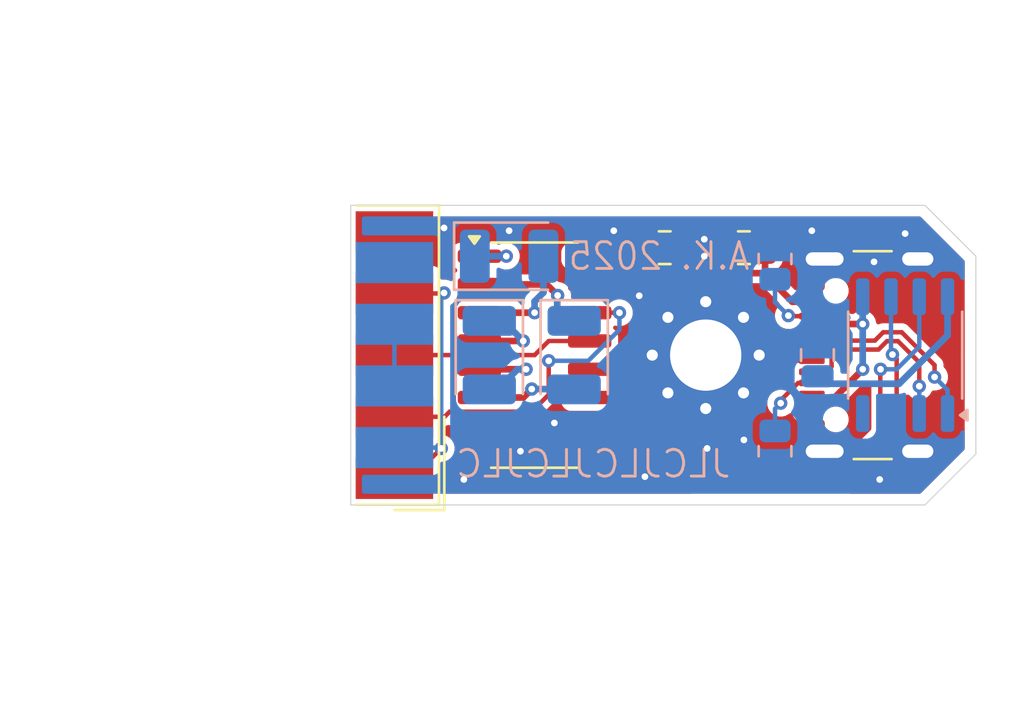
<source format=kicad_pcb>
(kicad_pcb (version 20241229) (generator "pcbnew") (generator_version "9.0")
  (layers (0 "F.Cu" signal) (2 "B.Cu" signal) (13 "F.Paste" user) (15 "B.Paste" user) (5 "F.SilkS" user "F.Silkscreen") (7 "B.SilkS" user "B.Silkscreen") (1 "F.Mask" user) (3 "B.Mask" user) (25 "Edge.Cuts" user))
  (net 0 "")
  (net 1 "GND")
  (net 2 "VCC")
  (net 3 "Net-(U2-C1-)")
  (net 4 "Net-(U2-C1+)")
  (net 5 "Net-(U2-C2-)")
  (net 6 "Net-(U2-C2+)")
  (net 7 "Net-(U2-VS+)")
  (net 8 "Net-(U2-VS-)")
  (net 9 "Net-(U1-V3)")
  (net 10 "Net-(U1-UD+)")
  (net 11 "Net-(U1-UD-)")
  (net 12 "Net-(J1-CC2)")
  (net 13 "Net-(J1-CC1)")
  (net 14 "Net-(J2-Pad1)")
  (net 15 "Net-(J2-Pad7)")
  (net 17 "Net-(U2-R1IN)")
  (net 18 "Net-(U2-T1OUT)")
  (net 20 "Net-(U1-TXD)")
  (net 21 "Net-(U1-RXD)")
  (footprint "Capacitor_SMD:C_0805_2012Metric" (layer "F.Cu") (at 124.587 66.294 180)
    (property "Reference" "C5" (hide yes))
    (property "Value" "100n")
    (fp_line (start -0.261252 0.735) (end 0.261252 0.735) (stroke (width 0.12)) (layer "F.SilkS"))
    (fp_line (start -0.261252 -0.735) (end 0.261252 -0.735) (stroke (width 0.12)) (layer "F.SilkS"))
    (pad "1" smd roundrect (at -0.95 0 180) (size 1 1.45) (layers "F.Cu" "F.Mask" "F.Paste") (net 2 "VCC"))
    (pad "2" smd roundrect (at 0.95 0 180) (size 1 1.45) (layers "F.Cu" "F.Mask" "F.Paste") (net 1 "GND"))
  )
  (footprint "Connector_USB:USB_C_Receptacle_GCT_USB4105-xx-A_16P_TopMnt_Horizontal" (layer "F.Cu") (at 131.318 71.12 90)
    (property "Reference" "J1" (hide yes))
    (property "Value" "USB_C_Receptacle_USB2.0_14P")
    (fp_line (start 4.67 -0.1) (end 4.67 -1.8) (stroke (width 0.12)) (layer "F.SilkS"))
    (fp_line (start -4.67 -0.1) (end -4.67 -1.8) (stroke (width 0.12)) (layer "F.SilkS"))
    (pad "" np_thru_hole circle (at -2.89 -2.605 90) (size 0.65 0.65) (drill 0.65) (layers "*.Cu" "*.Mask"))
    (pad "" np_thru_hole circle (at 2.89 -2.605 90) (size 0.65 0.65) (drill 0.65) (layers "*.Cu" "*.Mask"))
    (pad "A1" smd roundrect (at -3.2 -3.68 90) (size 0.6 1.15) (layers "F.Cu" "F.Mask" "F.Paste") (net 1 "GND"))
    (pad "A4" smd roundrect (at -2.4 -3.68 90) (size 0.6 1.15) (layers "F.Cu" "F.Mask" "F.Paste") (net 2 "VCC"))
    (pad "A5" smd roundrect (at -1.25 -3.68 90) (size 0.3 1.15) (layers "F.Cu" "F.Mask" "F.Paste") (net 13 "Net-(J1-CC1)"))
    (pad "A6" smd roundrect (at -0.25 -3.68 90) (size 0.3 1.15) (layers "F.Cu" "F.Mask" "F.Paste") (net 10 "Net-(U1-UD+)"))
    (pad "A7" smd roundrect (at 0.25 -3.68 90) (size 0.3 1.15) (layers "F.Cu" "F.Mask" "F.Paste") (net 11 "Net-(U1-UD-)"))
    (pad "A8" smd roundrect (at 1.25 -3.68 90) (size 0.3 1.15) (layers "F.Cu" "F.Mask" "F.Paste"))
    (pad "A9" smd roundrect (at 2.4 -3.68 90) (size 0.6 1.15) (layers "F.Cu" "F.Mask" "F.Paste") (net 2 "VCC"))
    (pad "A12" smd roundrect (at 3.2 -3.68 90) (size 0.6 1.15) (layers "F.Cu" "F.Mask" "F.Paste") (net 1 "GND"))
    (pad "B1" smd roundrect (at 3.2 -3.68 90) (size 0.6 1.15) (layers "F.Cu" "F.Mask" "F.Paste") (net 1 "GND"))
    (pad "B4" smd roundrect (at 2.4 -3.68 90) (size 0.6 1.15) (layers "F.Cu" "F.Mask" "F.Paste") (net 2 "VCC"))
    (pad "B5" smd roundrect (at 1.75 -3.68 90) (size 0.3 1.15) (layers "F.Cu" "F.Mask" "F.Paste") (net 12 "Net-(J1-CC2)"))
    (pad "B6" smd roundrect (at 0.75 -3.68 90) (size 0.3 1.15) (layers "F.Cu" "F.Mask" "F.Paste") (net 10 "Net-(U1-UD+)"))
    (pad "B7" smd roundrect (at -0.75 -3.68 90) (size 0.3 1.15) (layers "F.Cu" "F.Mask" "F.Paste") (net 11 "Net-(U1-UD-)"))
    (pad "B8" smd roundrect (at -1.75 -3.68 90) (size 0.3 1.15) (layers "F.Cu" "F.Mask" "F.Paste"))
    (pad "B9" smd roundrect (at -2.4 -3.68 90) (size 0.6 1.15) (layers "F.Cu" "F.Mask" "F.Paste") (net 2 "VCC"))
    (pad "B12" smd roundrect (at -3.2 -3.68 90) (size 0.6 1.15) (layers "F.Cu" "F.Mask" "F.Paste") (net 1 "GND"))
    (pad "S1" thru_hole oval (at -4.32 -3.105 90) (size 1 2.1) (drill oval 0.6 1.7) (property pad_prop_heatsink) (layers "*.Cu" "*.Mask" "F.Paste") (net 1 "GND"))
    (pad "S1" thru_hole oval (at -4.32 1.075 90) (size 1 1.8) (drill oval 0.6 1.4) (property pad_prop_heatsink) (layers "*.Cu" "*.Mask" "F.Paste") (net 1 "GND"))
    (pad "S1" thru_hole oval (at 4.32 -3.105 90) (size 1 2.1) (drill oval 0.6 1.7) (property pad_prop_heatsink) (layers "*.Cu" "*.Mask" "F.Paste") (net 1 "GND"))
    (pad "S1" thru_hole oval (at 4.32 1.075 90) (size 1 1.8) (drill oval 0.6 1.4) (property pad_prop_heatsink) (layers "*.Cu" "*.Mask" "F.Paste") (net 1 "GND"))
  )
  (footprint "Capacitor_SMD:C_0805_2012Metric" (layer "F.Cu") (at 121.031 66.294)
    (property "Reference" "C1" (hide yes))
    (property "Value" "100n")
    (fp_line (start -0.261252 -0.735) (end 0.261252 -0.735) (stroke (width 0.12)) (layer "F.SilkS"))
    (fp_line (start -0.261252 0.735) (end 0.261252 0.735) (stroke (width 0.12)) (layer "F.SilkS"))
    (pad "1" smd roundrect (at -0.95 0) (size 1 1.45) (layers "F.Cu" "F.Mask" "F.Paste") (net 2 "VCC"))
    (pad "2" smd roundrect (at 0.95 0) (size 1 1.45) (layers "F.Cu" "F.Mask" "F.Paste") (net 1 "GND"))
  )
  (footprint "Package_SO:SOIC-16_3.9x9.9mm_P1.27mm" (layer "F.Cu") (at 115.189 71.12)
    (property "Reference" "U2" (hide yes))
    (property "Value" "MAX232")
    (fp_line (start 0 -5.06) (end -1.95 -5.06) (stroke (width 0.12)) (layer "F.SilkS"))
    (fp_line (start 0 -5.06) (end 1.95 -5.06) (stroke (width 0.12)) (layer "F.SilkS"))
    (fp_line (start 0 5.06) (end -1.95 5.06) (stroke (width 0.12)) (layer "F.SilkS"))
    (fp_line (start 0 5.06) (end 1.95 5.06) (stroke (width 0.12)) (layer "F.SilkS"))
    (fp_poly (pts (xy -2.7 -5.005) (xy -2.94 -5.335) (xy -2.46 -5.335)) (stroke (width 0.12)) (fill yes) (layer "F.SilkS"))
    (pad "1" smd roundrect (at -2.475 -4.445) (size 1.95 0.6) (layers "F.Cu" "F.Mask" "F.Paste") (net 4 "Net-(U2-C1+)"))
    (pad "2" smd roundrect (at -2.475 -3.175) (size 1.95 0.6) (layers "F.Cu" "F.Mask" "F.Paste") (net 7 "Net-(U2-VS+)"))
    (pad "3" smd roundrect (at -2.475 -1.905) (size 1.95 0.6) (layers "F.Cu" "F.Mask" "F.Paste") (net 3 "Net-(U2-C1-)"))
    (pad "4" smd roundrect (at -2.475 -0.635) (size 1.95 0.6) (layers "F.Cu" "F.Mask" "F.Paste") (net 6 "Net-(U2-C2+)"))
    (pad "5" smd roundrect (at -2.475 0.635) (size 1.95 0.6) (layers "F.Cu" "F.Mask" "F.Paste") (net 5 "Net-(U2-C2-)"))
    (pad "6" smd roundrect (at -2.475 1.905) (size 1.95 0.6) (layers "F.Cu" "F.Mask" "F.Paste") (net 8 "Net-(U2-VS-)"))
    (pad "7" smd roundrect (at -2.475 3.175) (size 1.95 0.6) (layers "F.Cu" "F.Mask" "F.Paste"))
    (pad "8" smd roundrect (at -2.475 4.445) (size 1.95 0.6) (layers "F.Cu" "F.Mask" "F.Paste") (net 1 "GND"))
    (pad "9" smd roundrect (at 2.475 4.445) (size 1.95 0.6) (layers "F.Cu" "F.Mask" "F.Paste"))
    (pad "10" smd roundrect (at 2.475 3.175) (size 1.95 0.6) (layers "F.Cu" "F.Mask" "F.Paste") (net 1 "GND"))
    (pad "11" smd roundrect (at 2.475 1.905) (size 1.95 0.6) (layers "F.Cu" "F.Mask" "F.Paste") (net 20 "Net-(U1-TXD)"))
    (pad "12" smd roundrect (at 2.475 0.635) (size 1.95 0.6) (layers "F.Cu" "F.Mask" "F.Paste") (net 21 "Net-(U1-RXD)"))
    (pad "13" smd roundrect (at 2.475 -0.635) (size 1.95 0.6) (layers "F.Cu" "F.Mask" "F.Paste") (net 17 "Net-(U2-R1IN)"))
    (pad "14" smd roundrect (at 2.475 -1.905) (size 1.95 0.6) (layers "F.Cu" "F.Mask" "F.Paste") (net 18 "Net-(U2-T1OUT)"))
    (pad "15" smd roundrect (at 2.475 -3.175) (size 1.95 0.6) (layers "F.Cu" "F.Mask" "F.Paste") (net 1 "GND"))
    (pad "16" smd roundrect (at 2.475 -4.445) (size 1.95 0.6) (layers "F.Cu" "F.Mask" "F.Paste") (net 2 "VCC"))
  )
  (footprint "MountingHole:MountingHole_3.2mm_M3_Pad_Via" (layer "F.Cu") (at 122.8725 71.12)
    (property "Reference" "H1" (hide yes))
    (property "Value" "MountingHole_Pad")
    (pad "1" thru_hole circle (at -2.4 0) (size 0.8 0.8) (drill 0.5) (layers "*.Cu" "*.Mask") (net 1 "GND"))
    (pad "1" thru_hole circle (at -1.697056 -1.697056) (size 0.8 0.8) (drill 0.5) (layers "*.Cu" "*.Mask") (net 1 "GND"))
    (pad "1" thru_hole circle (at -1.697056 1.697056) (size 0.8 0.8) (drill 0.5) (layers "*.Cu" "*.Mask") (net 1 "GND"))
    (pad "1" thru_hole circle (at 0 -2.4) (size 0.8 0.8) (drill 0.5) (layers "*.Cu" "*.Mask") (net 1 "GND"))
    (pad "1" thru_hole circle (at 0 0) (size 6.4 6.4) (drill 3.2) (layers "*.Cu" "*.Mask") (net 1 "GND"))
    (pad "1" thru_hole circle (at 0 2.4) (size 0.8 0.8) (drill 0.5) (layers "*.Cu" "*.Mask") (net 1 "GND"))
    (pad "1" thru_hole circle (at 1.697056 -1.697056) (size 0.8 0.8) (drill 0.5) (layers "*.Cu" "*.Mask") (net 1 "GND"))
    (pad "1" thru_hole circle (at 1.697056 1.697056) (size 0.8 0.8) (drill 0.5) (layers "*.Cu" "*.Mask") (net 1 "GND"))
    (pad "1" thru_hole circle (at 2.4 0) (size 0.8 0.8) (drill 0.5) (layers "*.Cu" "*.Mask") (net 1 "GND"))
  )
  (footprint "Connector_Dsub:DSUB-9_Socket_EdgeMount_P2.77mm" (layer "F.Cu") (at 108.8965 71.12 -90)
    (property "Reference" "J2" (hide yes))
    (property "Value" "DE9_Socket")
    (fp_line (start 6.723333 1.74) (end 6.723333 -2) (stroke (width 0.12)) (layer "F.SilkS"))
    (fp_line (start 6.963333 0) (end 6.963333 -2.24) (stroke (width 0.12)) (layer "F.SilkS"))
    (fp_line (start -6.723333 -2) (end -6.723333 1.74) (stroke (width 0.12)) (layer "F.SilkS"))
    (fp_line (start 6.723333 -2) (end -6.723333 -2) (stroke (width 0.12)) (layer "F.SilkS"))
    (fp_line (start 6.963333 -2.24) (end 2.77 -2.24) (stroke (width 0.12)) (layer "F.SilkS"))
    (pad "1" smd rect (at 5.54 0 270) (size 1.846667 3.48) (layers "F.Cu" "F.Mask" "F.Paste") (net 14 "Net-(J2-Pad1)"))
    (pad "2" smd rect (at 2.77 0 270) (size 1.846667 3.48) (layers "F.Cu" "F.Mask" "F.Paste") (net 18 "Net-(U2-T1OUT)"))
    (pad "3" smd rect (at 0 0 270) (size 1.846667 3.48) (layers "F.Cu" "F.Mask" "F.Paste") (net 17 "Net-(U2-R1IN)"))
    (pad "4" smd rect (at -2.77 0 270) (size 1.846667 3.48) (layers "F.Cu" "F.Mask" "F.Paste") (net 14 "Net-(J2-Pad1)"))
    (pad "5" smd rect (at -5.54 0 270) (size 1.846667 3.48) (layers "F.Cu" "F.Mask" "F.Paste") (net 1 "GND"))
    (pad "6" smd rect (at 4.155 0 270) (size 1.846667 3.48) (layers "B.Cu" "B.Mask" "B.Paste") (net 14 "Net-(J2-Pad1)"))
    (pad "7" smd rect (at 1.385 0 270) (size 1.846667 3.48) (layers "B.Cu" "B.Mask" "B.Paste") (net 15 "Net-(J2-Pad7)"))
    (pad "8" smd rect (at -1.385 0 270) (size 1.846667 3.48) (layers "B.Cu" "B.Mask" "B.Paste") (net 15 "Net-(J2-Pad7)"))
    (pad "9" smd rect (at -4.155 0 270) (size 1.846667 3.48) (layers "B.Cu" "B.Mask" "B.Paste"))
  )
  (footprint "Package_SO:SOP-8_3.9x4.9mm_P1.27mm" (layer "B.Cu") (at 131.826 71.12 90)
    (property "Reference" "U1" (hide yes))
    (property "Value" "CH340N")
    (fp_line (start 0 -2.56) (end 1.95 -2.56) (stroke (width 0.12)) (layer "B.SilkS"))
    (fp_line (start 0 -2.56) (end -1.95 -2.56) (stroke (width 0.12)) (layer "B.SilkS"))
    (fp_line (start 0 2.56) (end 1.95 2.56) (stroke (width 0.12)) (layer "B.SilkS"))
    (fp_line (start 0 2.56) (end -1.95 2.56) (stroke (width 0.12)) (layer "B.SilkS"))
    (fp_poly (pts (xy -2.7 2.465) (xy -2.94 2.795) (xy -2.46 2.795)) (stroke (width 0.12)) (fill yes) (layer "B.SilkS"))
    (pad "1" smd roundrect (at -2.625 1.905 90) (size 1.65 0.6) (layers "B.Cu" "B.Mask" "B.Paste") (net 10 "Net-(U1-UD+)"))
    (pad "2" smd roundrect (at -2.625 0.635 90) (size 1.65 0.6) (layers "B.Cu" "B.Mask" "B.Paste") (net 11 "Net-(U1-UD-)"))
    (pad "3" smd roundrect (at -2.625 -0.635 90) (size 1.65 0.6) (layers "B.Cu" "B.Mask" "B.Paste") (net 1 "GND"))
    (pad "4" smd roundrect (at -2.625 -1.905 90) (size 1.65 0.6) (layers "B.Cu" "B.Mask" "B.Paste"))
    (pad "5" smd roundrect (at 2.625 -1.905 90) (size 1.65 0.6) (layers "B.Cu" "B.Mask" "B.Paste") (net 2 "VCC"))
    (pad "6" smd roundrect (at 2.625 -0.635 90) (size 1.65 0.6) (layers "B.Cu" "B.Mask" "B.Paste") (net 20 "Net-(U1-TXD)"))
    (pad "7" smd roundrect (at 2.625 0.635 90) (size 1.65 0.6) (layers "B.Cu" "B.Mask" "B.Paste") (net 21 "Net-(U1-RXD)"))
    (pad "8" smd roundrect (at 2.625 1.905 90) (size 1.65 0.6) (layers "B.Cu" "B.Mask" "B.Paste") (net 9 "Net-(U1-V3)"))
  )
  (footprint "Capacitor_Tantalum_SMD:CP_EIA-3528-12_Kemet-T" (layer "B.Cu") (at 114.046 66.675)
    (property "Reference" "C2" (hide yes))
    (property "Value" "22u")
    (fp_line (start -2.47 -1.51) (end 1.75 -1.51) (stroke (width 0.12)) (layer "B.SilkS"))
    (fp_line (start -2.47 1.51) (end -2.47 -1.51) (stroke (width 0.12)) (layer "B.SilkS"))
    (fp_line (start 1.75 1.51) (end -2.47 1.51) (stroke (width 0.12)) (layer "B.SilkS"))
    (pad "1" smd roundrect (at -1.54 0) (size 1.34 2.39) (layers "B.Cu" "B.Mask" "B.Paste") (roundrect_rratio 0.186567) (net 4 "Net-(U2-C1+)"))
    (pad "2" smd roundrect (at 1.54 0) (size 1.34 2.39) (layers "B.Cu" "B.Mask" "B.Paste") (roundrect_rratio 0.186567) (net 3 "Net-(U2-C1-)"))
  )
  (footprint "Capacitor_Tantalum_SMD:CP_EIA-3528-12_Kemet-T" (layer "B.Cu") (at 116.967 71.12 -90)
    (property "Reference" "C4" (hide yes))
    (property "Value" "22u")
    (fp_line (start -2.47 1.51) (end -2.47 -1.51) (stroke (width 0.12)) (layer "B.SilkS"))
    (fp_line (start 1.75 1.51) (end -2.47 1.51) (stroke (width 0.12)) (layer "B.SilkS"))
    (fp_line (start -2.47 -1.51) (end 1.75 -1.51) (stroke (width 0.12)) (layer "B.SilkS"))
    (pad "1" smd roundrect (at -1.54 0 270) (size 1.34 2.39) (layers "B.Cu" "B.Mask" "B.Paste") (roundrect_rratio 0.186567) (net 7 "Net-(U2-VS+)"))
    (pad "2" smd roundrect (at 1.54 0 270) (size 1.34 2.39) (layers "B.Cu" "B.Mask" "B.Paste") (roundrect_rratio 0.186567) (net 8 "Net-(U2-VS-)"))
  )
  (footprint "Resistor_SMD:R_0805_2012Metric" (layer "B.Cu") (at 125.984 66.802 90)
    (property "Reference" "R2" (hide yes))
    (property "Value" "5K6")
    (fp_line (start -0.227064 -0.735) (end 0.227064 -0.735) (stroke (width 0.12)) (layer "B.SilkS"))
    (fp_line (start -0.227064 0.735) (end 0.227064 0.735) (stroke (width 0.12)) (layer "B.SilkS"))
    (pad "1" smd roundrect (at -0.9125 0 90) (size 1.025 1.4) (layers "B.Cu" "B.Mask" "B.Paste") (roundrect_rratio 0.243902) (net 12 "Net-(J1-CC2)"))
    (pad "2" smd roundrect (at 0.9125 0 90) (size 1.025 1.4) (layers "B.Cu" "B.Mask" "B.Paste") (roundrect_rratio 0.243902) (net 1 "GND"))
  )
  (footprint "Resistor_SMD:R_0805_2012Metric" (layer "B.Cu") (at 125.984 75.438 -90)
    (property "Reference" "R1" (hide yes))
    (property "Value" "5K6")
    (fp_line (start -0.227064 0.735) (end 0.227064 0.735) (stroke (width 0.12)) (layer "B.SilkS"))
    (fp_line (start -0.227064 -0.735) (end 0.227064 -0.735) (stroke (width 0.12)) (layer "B.SilkS"))
    (pad "1" smd roundrect (at -0.9125 0 270) (size 1.025 1.4) (layers "B.Cu" "B.Mask" "B.Paste") (roundrect_rratio 0.243902) (net 13 "Net-(J1-CC1)"))
    (pad "2" smd roundrect (at 0.9125 0 270) (size 1.025 1.4) (layers "B.Cu" "B.Mask" "B.Paste") (roundrect_rratio 0.243902) (net 1 "GND"))
  )
  (footprint "Capacitor_SMD:C_0805_2012Metric" (layer "B.Cu") (at 127.889 71.12 90)
    (property "Reference" "C6" (hide yes))
    (property "Value" "100n")
    (fp_line (start -0.261252 -0.735) (end 0.261252 -0.735) (stroke (width 0.12)) (layer "B.SilkS"))
    (fp_line (start -0.261252 0.735) (end 0.261252 0.735) (stroke (width 0.12)) (layer "B.SilkS"))
    (pad "1" smd roundrect (at -0.95 0 90) (size 1 1.45) (layers "B.Cu" "B.Mask" "B.Paste") (net 9 "Net-(U1-V3)"))
    (pad "2" smd roundrect (at 0.95 0 90) (size 1 1.45) (layers "B.Cu" "B.Mask" "B.Paste") (net 1 "GND"))
  )
  (footprint "Capacitor_Tantalum_SMD:CP_EIA-3528-12_Kemet-T" (layer "B.Cu") (at 113.157 71.12 -90)
    (property "Reference" "C3" (hide yes))
    (property "Value" "22u")
    (fp_line (start -2.47 1.51) (end -2.47 -1.51) (stroke (width 0.12)) (layer "B.SilkS"))
    (fp_line (start 1.75 1.51) (end -2.47 1.51) (stroke (width 0.12)) (layer "B.SilkS"))
    (fp_line (start -2.47 -1.51) (end 1.75 -1.51) (stroke (width 0.12)) (layer "B.SilkS"))
    (pad "1" smd roundrect (at -1.54 0 270) (size 1.34 2.39) (layers "B.Cu" "B.Mask" "B.Paste") (roundrect_rratio 0.186567) (net 6 "Net-(U2-C2+)"))
    (pad "2" smd roundrect (at 1.54 0 270) (size 1.34 2.39) (layers "B.Cu" "B.Mask" "B.Paste") (roundrect_rratio 0.186567) (net 5 "Net-(U2-C2-)"))
  )
  (gr_line (start 135.001 66.675) (end 132.715 64.389) (stroke (width 0.05)) (layer "Edge.Cuts"))
  (gr_line (start 106.934 77.851) (end 132.715 77.851) (stroke (width 0.05)) (layer "Edge.Cuts"))
  (gr_line (start 106.934 77.851) (end 106.934 64.389) (stroke (width 0.05)) (layer "Edge.Cuts"))
  (gr_line (start 135.001 75.565) (end 132.715 77.851) (stroke (width 0.05)) (layer "Edge.Cuts"))
  (gr_line (start 106.934 64.389) (end 132.715 64.389) (stroke (width 0.05)) (layer "Edge.Cuts"))
  (gr_line (start 135.001 75.565) (end 135.001 66.675) (stroke (width 0.05)) (layer "Edge.Cuts"))
  (gr_text "JLCJLCJLCJLC" (at 124.079 76.708 0) (layer "B.SilkS") (effects (font (size 1.2 1.2) (thickness 0.13)) (justify left bottom mirror)))
  (gr_text "A.K. 2025" (at 120.777 66.675 0) (layer "B.SilkS") (effects (font (size 1.2 1.1) (thickness 0.13)) (justify mirror)))
  (via (at 131.826 65.659) (size 0.6) (drill 0.3) (layers "F.Cu" "B.Cu") (net 1))
  (via (at 122.809 66.675) (size 0.6) (drill 0.3) (layers "F.Cu" "B.Cu") (net 1))
  (via (at 127.635 65.532) (size 0.6) (drill 0.3) (layers "F.Cu" "B.Cu") (net 1))
  (via (at 122.809 65.913) (size 0.6) (drill 0.3) (layers "F.Cu" "B.Cu") (net 1))
  (via (at 122.936 75.311) (size 0.6) (drill 0.3) (layers "F.Cu" "B.Cu") (net 1))
  (via (at 118.745 65.532) (size 0.6) (drill 0.3) (layers "F.Cu" "B.Cu") (net 1))
  (via (at 112.014 76.708) (size 0.6) (drill 0.3) (layers "F.Cu" "B.Cu") (net 1))
  (via (at 111.125 65.405) (size 0.6) (drill 0.3) (layers "F.Cu" "B.Cu") (net 1))
  (via (at 114.554 75.438) (size 0.6) (drill 0.3) (layers "F.Cu" "B.Cu") (net 1))
  (via (at 114.046 65.532) (size 0.6) (drill 0.3) (layers "F.Cu" "B.Cu") (net 1))
  (via (at 116.078 74.168) (size 0.6) (drill 0.3) (layers "F.Cu" "B.Cu") (net 1))
  (via (at 124.587 74.93) (size 0.6) (drill 0.3) (layers "F.Cu" "B.Cu") (net 1))
  (via (at 120.142 76.581) (size 0.6) (drill 0.3) (layers "F.Cu" "B.Cu") (net 1))
  (via (at 130.683 76.708) (size 0.6) (drill 0.3) (layers "F.Cu" "B.Cu") (net 1))
  (via (at 119.888 68.453) (size 0.6) (drill 0.3) (layers "F.Cu" "B.Cu") (net 1))
  (via (at 130.429 66.929) (size 0.6) (drill 0.3) (layers "F.Cu" "B.Cu") (net 1))
  (segment (start 120.015 67.437) (end 119.634 67.437) (width 0.3) (layer "F.Cu") (net 2))
  (segment (start 120.081 67.371) (end 120.015 67.437) (width 0.3) (layer "F.Cu") (net 2))
  (segment (start 118.872 66.675) (end 117.664 66.675) (width 0.3) (layer "F.Cu") (net 2))
  (segment (start 120.081 66.294) (end 120.081 67.371) (width 0.3) (layer "F.Cu") (net 2))
  (segment (start 119.634 67.437) (end 118.872 66.675) (width 0.3) (layer "F.Cu") (net 2))
  (segment (start 126.759 68.72) (end 125.476 67.437) (width 0.3) (layer "F.Cu") (net 2))
  (segment (start 128.176281 68.72) (end 129.179281 69.723) (width 0.3) (layer "F.Cu") (net 2))
  (segment (start 127.638 68.72) (end 128.176281 68.72) (width 0.3) (layer "F.Cu") (net 2))
  (segment (start 129.179281 69.723) (end 129.921 69.723) (width 0.3) (layer "F.Cu") (net 2))
  (segment (start 127.638 73.52) (end 128.167534 73.52) (width 0.3) (layer "F.Cu") (net 2))
  (segment (start 125.476 67.437) (end 120.015 67.437) (width 0.3) (layer "F.Cu") (net 2))
  (segment (start 129.921 71.766534) (end 129.921 71.755) (width 0.3) (layer "F.Cu") (net 2))
  (segment (start 125.537 67.376) (end 125.476 67.437) (width 0.3) (layer "F.Cu") (net 2))
  (segment (start 127.638 68.72) (end 126.759 68.72) (width 0.3) (layer "F.Cu") (net 2))
  (segment (start 125.537 66.294) (end 125.537 67.376) (width 0.3) (layer "F.Cu") (net 2))
  (segment (start 128.167534 73.52) (end 129.921 71.766534) (width 0.3) (layer "F.Cu") (net 2))
  (via (at 129.921 71.755) (size 0.6) (drill 0.3) (layers "F.Cu" "B.Cu") (net 2))
  (via (at 129.921 69.723) (size 0.6) (drill 0.3) (layers "F.Cu" "B.Cu") (net 2))
  (segment (start 129.921 69.723) (end 129.921 68.495) (width 0.3) (layer "B.Cu") (net 2))
  (segment (start 129.921 71.755) (end 129.921 69.723) (width 0.3) (layer "B.Cu") (net 2))
  (segment (start 112.714 69.215) (end 115.189 69.215) (width 0.3) (layer "F.Cu") (net 3))
  (via (at 115.189 69.215) (size 0.6) (drill 0.3) (layers "F.Cu" "B.Cu") (net 3))
  (segment (start 115.586 68.31) (end 115.586 66.675) (width 0.3) (layer "B.Cu") (net 3))
  (segment (start 115.189 68.707) (end 115.586 68.31) (width 0.3) (layer "B.Cu") (net 3))
  (segment (start 115.189 69.215) (end 115.189 68.707) (width 0.3) (layer "B.Cu") (net 3))
  (segment (start 112.714 66.675) (end 113.919 66.675) (width 0.3) (layer "F.Cu") (net 4))
  (via (at 113.919 66.675) (size 0.6) (drill 0.3) (layers "F.Cu" "B.Cu") (net 4))
  (segment (start 113.919 66.675) (end 112.506 66.675) (width 0.3) (layer "B.Cu") (net 4))
  (segment (start 114.808 71.755) (end 112.714 71.755) (width 0.3) (layer "F.Cu") (net 5))
  (via (at 114.808 71.755) (size 0.6) (drill 0.3) (layers "F.Cu" "B.Cu") (net 5))
  (segment (start 113.522 72.66) (end 113.157 72.66) (width 0.3) (layer "B.Cu") (net 5))
  (segment (start 114.808 71.755) (end 114.427 71.755) (width 0.3) (layer "B.Cu") (net 5))
  (segment (start 114.427 71.755) (end 113.522 72.66) (width 0.3) (layer "B.Cu") (net 5))
  (segment (start 112.714 70.485) (end 114.681 70.485) (width 0.3) (layer "F.Cu") (net 6))
  (via (at 114.681 70.485) (size 0.6) (drill 0.3) (layers "F.Cu" "B.Cu") (net 6))
  (segment (start 114.681 70.485) (end 113.776 69.58) (width 0.3) (layer "B.Cu") (net 6))
  (segment (start 113.776 69.58) (end 113.157 69.58) (width 0.3) (layer "B.Cu") (net 6))
  (segment (start 112.714 67.945) (end 115.730093 67.945) (width 0.3) (layer "F.Cu") (net 7))
  (segment (start 115.730093 67.945) (end 116.223243 68.43815) (width 0.3) (layer "F.Cu") (net 7))
  (via (at 116.223243 68.43815) (size 0.6) (drill 0.3) (layers "F.Cu" "B.Cu") (net 7))
  (segment (start 116.223243 68.43815) (end 116.205 68.456393) (width 0.3) (layer "B.Cu") (net 7))
  (segment (start 116.205 69.088) (end 116.697 69.58) (width 0.3) (layer "B.Cu") (net 7))
  (segment (start 116.205 68.456393) (end 116.205 69.088) (width 0.3) (layer "B.Cu") (net 7))
  (segment (start 116.697 69.58) (end 116.967 69.58) (width 0.3) (layer "B.Cu") (net 7))
  (segment (start 114.681 73.025) (end 115.062 72.644) (width 0.3) (layer "F.Cu") (net 8))
  (segment (start 112.714 73.025) (end 114.681 73.025) (width 0.3) (layer "F.Cu") (net 8))
  (via (at 115.062 72.644) (size 0.6) (drill 0.3) (layers "F.Cu" "B.Cu") (net 8))
  (segment (start 115.062 72.644) (end 116.951 72.644) (width 0.3) (layer "B.Cu") (net 8))
  (segment (start 116.951 72.644) (end 116.967 72.66) (width 0.3) (layer "B.Cu") (net 8))
  (segment (start 127.889 72.07) (end 128.225 72.406) (width 0.3) (layer "B.Cu") (net 9))
  (segment (start 128.225 72.406) (end 131.556 72.406) (width 0.3) (layer "B.Cu") (net 9))
  (segment (start 131.556 72.406) (end 133.731 70.231) (width 0.3) (layer "B.Cu") (net 9))
  (segment (start 133.731 70.231) (end 133.731 68.495) (width 0.3) (layer "B.Cu") (net 9))
  (segment (start 133.146997 71.567954) (end 131.671778 70.092735) (width 0.2) (layer "F.Cu") (net 10))
  (segment (start 133.146997 72.105402) (end 133.146997 71.567954) (width 0.2) (layer "F.Cu") (net 10))
  (segment (start 126.988 70.37) (end 127.638 70.37) (width 0.2) (layer "F.Cu") (net 10))
  (segment (start 127.638 71.37) (end 126.869 71.37) (width 0.2) (layer "F.Cu") (net 10))
  (segment (start 130.465427 70.469) (end 128.524 70.469) (width 0.2) (layer "F.Cu") (net 10))
  (segment (start 128.524 70.469) (end 128.425 70.37) (width 0.2) (layer "F.Cu") (net 10))
  (segment (start 131.671778 70.092735) (end 130.841692 70.092735) (width 0.2) (layer "F.Cu") (net 10))
  (segment (start 126.746 71.247) (end 126.746 70.612) (width 0.2) (layer "F.Cu") (net 10))
  (segment (start 126.746 70.612) (end 126.988 70.37) (width 0.2) (layer "F.Cu") (net 10))
  (segment (start 128.425 70.37) (end 127.638 70.37) (width 0.2) (layer "F.Cu") (net 10))
  (segment (start 126.869 71.37) (end 126.746 71.247) (width 0.2) (layer "F.Cu") (net 10))
  (segment (start 130.841692 70.092735) (end 130.465427 70.469) (width 0.2) (layer "F.Cu") (net 10))
  (via (at 133.146997 72.105402) (size 0.6) (drill 0.3) (layers "F.Cu" "B.Cu") (net 10))
  (segment (start 133.731 72.689405) (end 133.731 73.745) (width 0.2) (layer "B.Cu") (net 10))
  (segment (start 133.146997 72.105402) (end 133.731 72.689405) (width 0.2) (layer "B.Cu") (net 10))
  (segment (start 130.631527 70.87) (end 128.524 70.87) (width 0.2) (layer "F.Cu") (net 11))
  (segment (start 132.461 72.517) (end 132.461 71.449057) (width 0.2) (layer "F.Cu") (net 11))
  (segment (start 127.638 70.87) (end 128.524 70.87) (width 0.2) (layer "F.Cu") (net 11))
  (segment (start 128.524 71.628) (end 128.524 70.87) (width 0.2) (layer "F.Cu") (net 11))
  (segment (start 132.461 71.449057) (end 131.505678 70.493735) (width 0.2) (layer "F.Cu") (net 11))
  (segment (start 127.638 71.87) (end 128.282 71.87) (width 0.2) (layer "F.Cu") (net 11))
  (segment (start 128.282 71.87) (end 128.524 71.628) (width 0.2) (layer "F.Cu") (net 11))
  (segment (start 131.007792 70.493735) (end 130.631527 70.87) (width 0.2) (layer "F.Cu") (net 11))
  (segment (start 131.505678 70.493735) (end 131.007792 70.493735) (width 0.2) (layer "F.Cu") (net 11))
  (via (at 132.461 72.517) (size 0.6) (drill 0.3) (layers "F.Cu" "B.Cu") (net 11))
  (segment (start 132.461 72.517) (end 132.461 73.745) (width 0.2) (layer "B.Cu") (net 11))
  (segment (start 126.606634 69.37) (end 126.5821 69.345466) (width 0.2) (layer "F.Cu") (net 12))
  (segment (start 127.638 69.37) (end 126.606634 69.37) (width 0.2) (layer "F.Cu") (net 12))
  (via (at 126.5821 69.345466) (size 0.6) (drill 0.3) (layers "F.Cu" "B.Cu") (net 12))
  (segment (start 126.5821 69.345466) (end 125.984 68.747366) (width 0.2) (layer "B.Cu") (net 12))
  (segment (start 125.984 68.747366) (end 125.984 67.7145) (width 0.2) (layer "B.Cu") (net 12))
  (segment (start 126.238 73.279) (end 126.238 73.152) (width 0.2) (layer "F.Cu") (net 13))
  (segment (start 126.238 73.152) (end 127.02 72.37) (width 0.2) (layer "F.Cu") (net 13))
  (segment (start 127.02 72.37) (end 127.638 72.37) (width 0.2) (layer "F.Cu") (net 13))
  (via (at 126.238 73.279) (size 0.6) (drill 0.3) (layers "F.Cu" "B.Cu") (net 13))
  (segment (start 125.984 73.533) (end 126.238 73.279) (width 0.2) (layer "B.Cu") (net 13))
  (segment (start 125.984 74.5255) (end 125.984 73.533) (width 0.2) (layer "B.Cu") (net 13))
  (segment (start 111.125 68.326) (end 111.101 68.35) (width 0.2) (layer "F.Cu") (net 14))
  (segment (start 109.649 76.66) (end 110.998 75.311) (width 0.2) (layer "F.Cu") (net 14))
  (segment (start 108.8965 76.66) (end 109.649 76.66) (width 0.2) (layer "F.Cu") (net 14))
  (segment (start 111.101 68.35) (end 108.8965 68.35) (width 0.2) (layer "F.Cu") (net 14))
  (via (at 110.998 75.311) (size 0.6) (drill 0.3) (layers "F.Cu" "B.Cu") (net 14))
  (via (at 111.125 68.326) (size 0.6) (drill 0.3) (layers "F.Cu" "B.Cu") (net 14))
  (segment (start 110.962 75.275) (end 108.8965 75.275) (width 0.2) (layer "B.Cu") (net 14))
  (segment (start 110.998 68.453) (end 111.125 68.326) (width 0.2) (layer "B.Cu") (net 14))
  (segment (start 110.998 75.311) (end 110.998 68.453) (width 0.2) (layer "B.Cu") (net 14))
  (segment (start 110.998 75.311) (end 110.962 75.275) (width 0.2) (layer "B.Cu") (net 14))
  (segment (start 108.8965 72.505) (end 108.8965 69.735) (width 0.2) (layer "B.Cu") (net 15))
  (segment (start 108.8965 71.12) (end 115.189 71.12) (width 0.2) (layer "F.Cu") (net 17))
  (segment (start 115.824 70.485) (end 117.664 70.485) (width 0.2) (layer "F.Cu") (net 17))
  (segment (start 115.189 71.12) (end 115.824 70.485) (width 0.2) (layer "F.Cu") (net 17))
  (segment (start 108.8965 73.89) (end 111.149 73.89) (width 0.2) (layer "F.Cu") (net 18))
  (segment (start 115.824 72.898) (end 115.824 71.374) (width 0.2) (layer "F.Cu") (net 18))
  (segment (start 111.149 73.89) (end 111.379 73.66) (width 0.2) (layer "F.Cu") (net 18))
  (segment (start 115.062 73.66) (end 115.824 72.898) (width 0.2) (layer "F.Cu") (net 18))
  (segment (start 118.999 69.215) (end 117.664 69.215) (width 0.2) (layer "F.Cu") (net 18))
  (segment (start 111.379 73.66) (end 115.062 73.66) (width 0.2) (layer "F.Cu") (net 18))
  (via (at 118.999 69.215) (size 0.6) (drill 0.3) (layers "F.Cu" "B.Cu") (net 18))
  (via (at 115.824 71.374) (size 0.6) (drill 0.3) (layers "F.Cu" "B.Cu") (net 18))
  (segment (start 115.824 71.374) (end 117.602 71.374) (width 0.2) (layer "B.Cu") (net 18))
  (segment (start 118.491 70.485) (end 118.999 69.977) (width 0.2) (layer "B.Cu") (net 18))
  (segment (start 118.999 69.977) (end 118.999 69.215) (width 0.2) (layer "B.Cu") (net 18))
  (segment (start 117.602 71.374) (end 118.491 70.485) (width 0.2) (layer "B.Cu") (net 18))
  (segment (start 117.664 73.025) (end 118.6859 73.025) (width 0.2) (layer "F.Cu") (net 20))
  (segment (start 122.5159 76.855) (end 129.047885 76.855) (width 0.2) (layer "F.Cu") (net 20))
  (segment (start 131.445 74.457885) (end 131.445 71.283) (width 0.2) (layer "F.Cu") (net 20))
  (segment (start 118.6859 73.025) (end 122.5159 76.855) (width 0.2) (layer "F.Cu") (net 20))
  (segment (start 131.445 71.283) (end 131.256735 71.094735) (width 0.2) (layer "F.Cu") (net 20))
  (segment (start 129.047885 76.855) (end 131.445 74.457885) (width 0.2) (layer "F.Cu") (net 20))
  (via (at 131.256735 71.094735) (size 0.6) (drill 0.3) (layers "F.Cu" "B.Cu") (net 20))
  (segment (start 131.256735 71.094735) (end 131.191 71.029) (width 0.2) (layer "B.Cu") (net 20))
  (segment (start 131.191 71.029) (end 131.191 68.495) (width 0.2) (layer "B.Cu") (net 20))
  (segment (start 130.721002 71.756) (end 130.710118 71.766884) (width 0.2) (layer "F.Cu") (net 21))
  (segment (start 130.710118 71.766884) (end 130.710118 74.625667) (width 0.2) (layer "F.Cu") (net 21))
  (segment (start 128.881785 76.454) (end 122.682 76.454) (width 0.2) (layer "F.Cu") (net 21))
  (segment (start 119.253 72.136) (end 118.872 71.755) (width 0.2) (layer "F.Cu") (net 21))
  (segment (start 118.872 71.755) (end 117.664 71.755) (width 0.2) (layer "F.Cu") (net 21))
  (segment (start 130.710118 74.625667) (end 128.881785 76.454) (width 0.2) (layer "F.Cu") (net 21))
  (segment (start 122.682 76.454) (end 119.253 73.025) (width 0.2) (layer "F.Cu") (net 21))
  (segment (start 119.253 73.025) (end 119.253 72.136) (width 0.2) (layer "F.Cu") (net 21))
  (via (at 130.721002 71.756) (size 0.6) (drill 0.3) (layers "F.Cu" "B.Cu") (net 21))
  (segment (start 131.444 71.756) (end 132.461 70.739) (width 0.2) (layer "B.Cu") (net 21))
  (segment (start 130.721002 71.756) (end 131.444 71.756) (width 0.2) (layer "B.Cu") (net 21))
  (segment (start 132.461 70.739) (end 132.461 68.495) (width 0.2) (layer "B.Cu") (net 21))
  (zone (net 1) (net_name "GND") (layers "F.Cu" "B.Cu") (connect_pads yes (clearance 0.3)) (min_thickness 0.2) (fill yes (thermal_gap 0.3) (thermal_bridge_width 0.3))
    (polygon (pts (xy 106.934 77.851) (xy 135.001 77.851) (xy 135.001 64.389) (xy 106.934 64.389)))
  )
)
</source>
